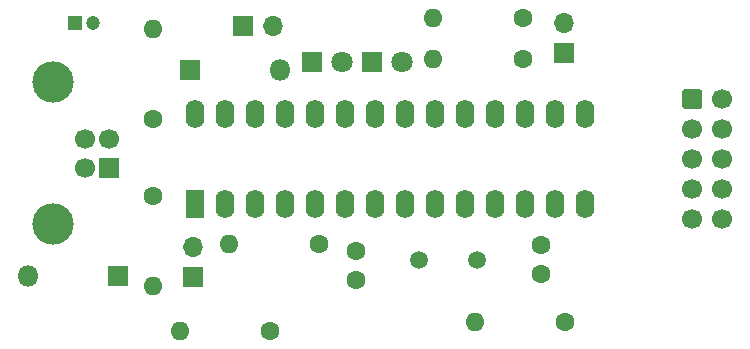
<source format=gbr>
%TF.GenerationSoftware,KiCad,Pcbnew,(5.1.7)-1*%
%TF.CreationDate,2020-11-28T16:53:41+05:30*%
%TF.ProjectId,usbasp_v1,75736261-7370-45f7-9631-2e6b69636164,v1*%
%TF.SameCoordinates,Original*%
%TF.FileFunction,Soldermask,Top*%
%TF.FilePolarity,Negative*%
%FSLAX46Y46*%
G04 Gerber Fmt 4.6, Leading zero omitted, Abs format (unit mm)*
G04 Created by KiCad (PCBNEW (5.1.7)-1) date 2020-11-28 16:53:41*
%MOMM*%
%LPD*%
G01*
G04 APERTURE LIST*
%ADD10C,1.800000*%
%ADD11R,1.800000X1.800000*%
%ADD12O,1.600000X1.600000*%
%ADD13C,1.600000*%
%ADD14C,1.700000*%
%ADD15O,1.700000X1.700000*%
%ADD16R,1.700000X1.700000*%
%ADD17C,1.200000*%
%ADD18R,1.200000X1.200000*%
%ADD19O,1.600000X2.400000*%
%ADD20R,1.600000X2.400000*%
%ADD21C,1.500000*%
%ADD22C,3.500000*%
%ADD23O,1.800000X1.800000*%
G04 APERTURE END LIST*
D10*
%TO.C,D3*%
X141528800Y-81280000D03*
D11*
X138988800Y-81280000D03*
%TD*%
D12*
%TO.C,R5*%
X122732800Y-104089200D03*
D13*
X130352800Y-104089200D03*
%TD*%
D12*
%TO.C,R3*%
X120497600Y-100279200D03*
D13*
X120497600Y-92659200D03*
%TD*%
D12*
%TO.C,R2*%
X147726400Y-103276400D03*
D13*
X155346400Y-103276400D03*
%TD*%
D14*
%TO.C,J1*%
X168661600Y-94589600D03*
X168661600Y-92049600D03*
X168661600Y-89509600D03*
X168661600Y-86969600D03*
X168661600Y-84429600D03*
X166121600Y-94589600D03*
X166121600Y-92049600D03*
X166121600Y-89509600D03*
X166121600Y-86969600D03*
G36*
G01*
X165271600Y-85029600D02*
X165271600Y-83829600D01*
G75*
G02*
X165521600Y-83579600I250000J0D01*
G01*
X166721600Y-83579600D01*
G75*
G02*
X166971600Y-83829600I0J-250000D01*
G01*
X166971600Y-85029600D01*
G75*
G02*
X166721600Y-85279600I-250000J0D01*
G01*
X165521600Y-85279600D01*
G75*
G02*
X165271600Y-85029600I0J250000D01*
G01*
G37*
%TD*%
D15*
%TO.C,JP2*%
X155244800Y-77978000D03*
D16*
X155244800Y-80518000D03*
%TD*%
D17*
%TO.C,C3*%
X115393600Y-78028800D03*
D18*
X113893600Y-78028800D03*
%TD*%
D19*
%TO.C,U1*%
X124053600Y-85699600D03*
X157073600Y-93319600D03*
X126593600Y-85699600D03*
X154533600Y-93319600D03*
X129133600Y-85699600D03*
X151993600Y-93319600D03*
X131673600Y-85699600D03*
X149453600Y-93319600D03*
X134213600Y-85699600D03*
X146913600Y-93319600D03*
X136753600Y-85699600D03*
X144373600Y-93319600D03*
X139293600Y-85699600D03*
X141833600Y-93319600D03*
X141833600Y-85699600D03*
X139293600Y-93319600D03*
X144373600Y-85699600D03*
X136753600Y-93319600D03*
X146913600Y-85699600D03*
X134213600Y-93319600D03*
X149453600Y-85699600D03*
X131673600Y-93319600D03*
X151993600Y-85699600D03*
X129133600Y-93319600D03*
X154533600Y-85699600D03*
X126593600Y-93319600D03*
X157073600Y-85699600D03*
D20*
X124053600Y-93319600D03*
%TD*%
D21*
%TO.C,Y1*%
X147882000Y-98044000D03*
X143002000Y-98044000D03*
%TD*%
D12*
%TO.C,R7*%
X144221200Y-77571600D03*
D13*
X151841200Y-77571600D03*
%TD*%
D12*
%TO.C,R6*%
X144170400Y-81026000D03*
D13*
X151790400Y-81026000D03*
%TD*%
D12*
%TO.C,R4*%
X120497600Y-78486000D03*
D13*
X120497600Y-86106000D03*
%TD*%
D12*
%TO.C,R1*%
X126949200Y-96672400D03*
D13*
X134569200Y-96672400D03*
%TD*%
D15*
%TO.C,JP3*%
X130606800Y-78232000D03*
D16*
X128066800Y-78232000D03*
%TD*%
D15*
%TO.C,JP1*%
X123901200Y-96977200D03*
D16*
X123901200Y-99517200D03*
%TD*%
D22*
%TO.C,J2*%
X112028400Y-83001600D03*
X112028400Y-95041600D03*
D14*
X114738400Y-90271600D03*
X114738400Y-87771600D03*
X116738400Y-87771600D03*
D16*
X116738400Y-90271600D03*
%TD*%
D10*
%TO.C,D4*%
X136499600Y-81280000D03*
D11*
X133959600Y-81280000D03*
%TD*%
D23*
%TO.C,D2*%
X131267200Y-81940400D03*
D11*
X123647200Y-81940400D03*
%TD*%
D23*
%TO.C,D1*%
X109931200Y-99415600D03*
D11*
X117551200Y-99415600D03*
%TD*%
D13*
%TO.C,C2*%
X153314400Y-96763200D03*
X153314400Y-99263200D03*
%TD*%
%TO.C,C1*%
X137668000Y-99782000D03*
X137668000Y-97282000D03*
%TD*%
M02*

</source>
